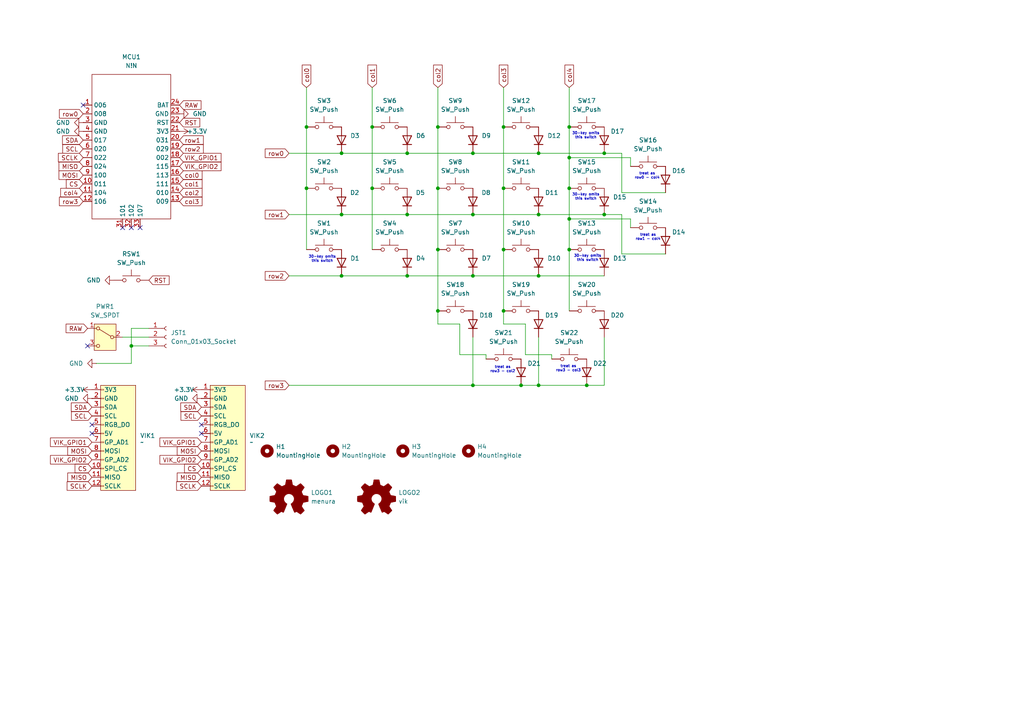
<source format=kicad_sch>
(kicad_sch (version 20231120) (generator "eeschema") (generator_version "8.0")
  (paper "A4")
  (lib_symbols
    (symbol "Connector:Conn_01x03_Socket" (pin_names (offset 1.016) hide)
      (property "Reference" "J" (at 0 5.08 0))
      (property "Value" "Conn_01x03_Socket" (at 0 -5.08 0))
      (symbol "Conn_01x03_Socket_1_1"
        (arc (start 0 -2.032) (mid -0.5058 -2.54) (end 0 -3.048) (stroke (width 0.1524)))
        (polyline (pts (xy -1.27 -2.54) (xy -0.508 -2.54)) (stroke (width 0.1524)))
        (polyline (pts (xy -1.27 0) (xy -0.508 0)) (stroke (width 0.1524)))
        (polyline (pts (xy -1.27 2.54) (xy -0.508 2.54)) (stroke (width 0.1524)))
        (arc (start 0 0.508) (mid -0.5058 0) (end 0 -0.508) (stroke (width 0.1524)))
        (arc (start 0 3.048) (mid -0.5058 2.54) (end 0 2.032) (stroke (width 0.1524)))
        (pin passive line (at -5.08 2.54 0) (length 3.81) (name "Pin_1") (number "1"))
        (pin passive line (at -5.08 0 0) (length 3.81) (name "Pin_2") (number "2"))
        (pin passive line (at -5.08 -2.54 0) (length 3.81) (name "Pin_3") (number "3"))
      )
    )
    (symbol "Diode:1N4148W" (pin_numbers hide) (pin_names hide)
      (property "Reference" "D" (at 0 2.54 0))
      (property "Value" "1N4148W" (at 0 -2.54 0))
      (symbol "1N4148W_0_1"
        (polyline (pts (xy -1.27 1.27) (xy -1.27 -1.27)) (stroke (width 0.254)))
        (polyline (pts (xy 1.27 0) (xy -1.27 0)))
        (polyline (pts (xy 1.27 1.27) (xy 1.27 -1.27) (xy -1.27 0) (xy 1.27 1.27)) (stroke (width 0.254)))
      )
      (symbol "1N4148W_1_1"
        (pin passive line (at -3.81 0 0) (length 2.54) (name "K") (number "1"))
        (pin passive line (at 3.81 0 180) (length 2.54) (name "A") (number "2"))
      )
    )
    (symbol "Graphic:Logo_Open_Hardware_Small" (in_bom no) (on_board no)
      (symbol "Logo_Open_Hardware_Small_0_1"
        (polyline (pts (xy 3.3528 -4.3434) (xy 3.302 -4.318) (xy 3.175 -4.2418) (xy 2.9972 -4.1148) (xy 2.7686 -3.9624) (xy 2.54 -3.81) (xy 2.3622 -3.7084) (xy 2.2352 -3.6068) (xy 2.1844 -3.5814) (xy 2.159 -3.6068) (xy 2.0574 -3.6576) (xy 1.905 -3.7338) (xy 1.8034 -3.7846) (xy 1.6764 -3.8354) (xy 1.6002 -3.8354) (xy 1.6002 -3.8354) (xy 1.5494 -3.7338) (xy 1.4732 -3.5306) (xy 1.3462 -3.302) (xy 1.2446 -3.0226) (xy 1.1176 -2.7178) (xy 0.9652 -2.413) (xy 0.8636 -2.1082) (xy 0.7366 -1.8288) (xy 0.6604 -1.6256) (xy 0.6096 -1.4732) (xy 0.5842 -1.397) (xy 0.5842 -1.397) (xy 0.6604 -1.3208) (xy 0.7874 -1.2446) (xy 1.0414 -1.016) (xy 1.2954 -0.6858) (xy 1.4478 -0.3302) (xy 1.524 0.0762) (xy 1.4732 0.4572) (xy 1.3208 0.8128) (xy 1.0668 1.143) (xy 0.762 1.3716) (xy 0.4064 1.524) (xy 0 1.5748) (xy -0.381 1.5494) (xy -0.7366 1.397) (xy -1.0668 1.143) (xy -1.2192 0.9906) (xy -1.397 0.6604) (xy -1.524 0.3048) (xy -1.524 0.2286) (xy -1.4986 -0.1778) (xy -1.397 -0.5334) (xy -1.1938 -0.8636) (xy -0.9144 -1.143) (xy -0.8636 -1.1684) (xy -0.7366 -1.27) (xy -0.635 -1.3462) (xy -0.5842 -1.397) (xy -1.0668 -2.5908) (xy -1.143 -2.794) (xy -1.2954 -3.1242) (xy -1.397 -3.4036) (xy -1.4986 -3.6322) (xy -1.5748 -3.7846) (xy -1.6002 -3.8354) (xy -1.6002 -3.8354) (xy -1.651 -3.8354) (xy -1.7272 -3.81) (xy -1.905 -3.7338) (xy -2.0066 -3.683) (xy -2.1336 -3.6068) (xy -2.2098 -3.5814) (xy -2.2606 -3.6068) (xy -2.3622 -3.683) (xy -2.54 -3.81) (xy -2.7686 -3.9624) (xy -2.9718 -4.0894) (xy -3.1496 -4.2164) (xy -3.302 -4.318) (xy -3.3528 -4.3434) (xy -3.3782 -4.3434) (xy -3.429 -4.318) (xy -3.5306 -4.2164) (xy -3.7084 -4.064) (xy -3.937 -3.8354) (xy -3.9624 -3.81) (xy -4.1656 -3.6068) (xy -4.318 -3.4544) (xy -4.4196 -3.3274) (xy -4.445 -3.2766) (xy -4.445 -3.2766) (xy -4.4196 -3.2258) (xy -4.318 -3.0734) (xy -4.2164 -2.8956) (xy -4.064 -2.667) (xy -3.6576 -2.0828) (xy -3.8862 -1.5494) (xy -3.937 -1.3716) (xy -4.0386 -1.1684) (xy -4.0894 -1.0414) (xy -4.1148 -0.9652) (xy -4.191 -0.9398) (xy -4.318 -0.9144) (xy -4.5466 -0.8636) (xy -4.8006 -0.8128) (xy -5.0546 -0.7874) (xy -5.2578 -0.7366) (xy -5.4356 -0.7112) (xy -5.5118 -0.6858) (xy -5.5118 -0.6858) (xy -5.5372 -0.635) (xy -5.5372 -0.5588) (xy -5.5372 -0.4318) (xy -5.5626 -0.2286) (xy -5.5626 0.0762) (xy -5.5626 0.127) (xy -5.5372 0.4064) (xy -5.5372 0.635) (xy -5.5372 0.762) (xy -5.5372 0.8382) (xy -5.5372 0.8382) (xy -5.461 0.8382) (xy -5.3086 0.889) (xy -5.08 0.9144) (xy -4.826 0.9652) (xy -4.8006 0.9906) (xy -4.5466 1.0414) (xy -4.318 1.0668) (xy -4.1656 1.1176) (xy -4.0894 1.143) (xy -4.0894 1.143) (xy -4.0386 1.2446) (xy -3.9624 1.4224) (xy -3.8608 1.6256) (xy -3.7846 1.8288) (xy -3.7084 2.0066) (xy -3.6576 2.159) (xy -3.6322 2.2098) (xy -3.6322 2.2098) (xy -3.683 2.286) (xy -3.7592 2.413) (xy -3.8862 2.5908) (xy -4.064 2.8194) (xy -4.064 2.8448) (xy -4.2164 3.0734) (xy -4.3434 3.2512) (xy -4.4196 3.3782) (xy -4.445 3.4544) (xy -4.445 3.4544) (xy -4.3942 3.5052) (xy -4.2926 3.6322) (xy -4.1148 3.81) (xy -3.937 4.0132) (xy -3.8608 4.064) (xy -3.6576 4.2926) (xy -3.5052 4.4196) (xy -3.4036 4.4958) (xy -3.3528 4.5212) (xy -3.3528 4.5212) (xy -3.302 4.4704) (xy -3.1496 4.3688) (xy -2.9718 4.2418) (xy -2.7432 4.0894) (xy -2.7178 4.0894) (xy -2.4892 3.937) (xy -2.3114 3.81) (xy -2.1844 3.7084) (xy -2.1336 3.683) (xy -2.1082 3.683) (xy -2.032 3.7084) (xy -1.8542 3.7592) (xy -1.6764 3.8354) (xy -1.4732 3.937) (xy -1.27 4.0132) (xy -1.143 4.064) (xy -1.0668 4.1148) (xy -1.0668 4.1148) (xy -1.0414 4.191) (xy -1.016 4.3434) (xy -0.9652 4.572) (xy -0.9144 4.8514) (xy -0.889 4.9022) (xy -0.8382 5.1562) (xy -0.8128 5.3848) (xy -0.7874 5.5372) (xy -0.762 5.588) (xy -0.7112 5.6134) (xy -0.5842 5.6134) (xy -0.4064 5.6134) (xy -0.1524 5.6134) (xy 0.0762 5.6134) (xy 0.3302 5.6134) (xy 0.5334 5.6134) (xy 0.6858 5.588) (xy 0.7366 5.588) (xy 0.7366 5.588) (xy 0.762 5.5118) (xy 0.8128 5.334) (xy 0.8382 5.1054) (xy 0.9144 4.826) (xy 0.9144 4.7752) (xy 0.9652 4.5212) (xy 1.016 4.2926) (xy 1.0414 4.1402) (xy 1.0668 4.0894) (xy 1.0668 4.0894) (xy 1.1938 4.0386) (xy 1.3716 3.9624) (xy 1.5748 3.8608) (xy 2.0828 3.6576) (xy 2.7178 4.0894) (xy 2.7686 4.1402) (xy 2.9972 4.2926) (xy 3.175 4.4196) (xy 3.302 4.4958) (xy 3.3782 4.5212) (xy 3.3782 4.5212) (xy 3.429 4.4704) (xy 3.556 4.3434) (xy 3.7338 4.191) (xy 3.9116 3.9878) (xy 4.064 3.8354) (xy 4.2418 3.6576) (xy 4.3434 3.556) (xy 4.4196 3.4798) (xy 4.4196 3.429) (xy 4.4196 3.4036) (xy 4.3942 3.3274) (xy 4.2926 3.2004) (xy 4.1656 2.9972) (xy 4.0132 2.794) (xy 3.8862 2.5908) (xy 3.7592 2.3876) (xy 3.6576 2.2352) (xy 3.6322 2.159) (xy 3.6322 2.1336) (xy 3.683 2.0066) (xy 3.7592 1.8288) (xy 3.8608 1.6002) (xy 4.064 1.1176) (xy 4.3942 1.0414) (xy 4.5974 1.016) (xy 4.8768 0.9652) (xy 5.1308 0.9144) (xy 5.5372 0.8382) (xy 5.5626 -0.6604) (xy 5.4864 -0.6858) (xy 5.4356 -0.6858) (xy 5.2832 -0.7366) (xy 5.0546 -0.762) (xy 4.8006 -0.8128) (xy 4.5974 -0.8636) (xy 4.3688 -0.9144) (xy 4.2164 -0.9398) (xy 4.1402 -0.9398) (xy 4.1148 -0.9652) (xy 4.064 -1.0668) (xy 3.9878 -1.2446) (xy 3.9116 -1.4478) (xy 3.81 -1.651) (xy 3.7338 -1.8542) (xy 3.683 -2.0066) (xy 3.6576 -2.0828) (xy 3.683 -2.1336) (xy 3.7846 -2.2606) (xy 3.8862 -2.4638) (xy 4.0386 -2.667) (xy 4.191 -2.8956) (xy 4.318 -3.0734) (xy 4.3942 -3.2004) (xy 4.445 -3.2766) (xy 4.4196 -3.3274) (xy 4.3434 -3.429) (xy 4.1656 -3.5814) (xy 3.937 -3.8354) (xy 3.8862 -3.8608) (xy 3.683 -4.064) (xy 3.5306 -4.2164) (xy 3.4036 -4.318) (xy 3.3528 -4.3434)) (fill (type outline)))
      )
    )
    (symbol "Mechanical:MountingHole" (pin_names (offset 1.016)) (exclude_from_sim yes) (in_bom no)
      (property "Reference" "H" (at 0 5.08 0))
      (property "Value" "MountingHole" (at 0 3.175 0))
      (symbol "MountingHole_0_1"
        (circle (center 0 0) (radius 1.27) (stroke (width 1.27)))
      )
    )
    (symbol "Switch:SW_Push" (pin_numbers hide) (pin_names (offset 1.016) hide)
      (property "Reference" "SW" (at 1.27 2.54 0))
      (property "Value" "SW_Push" (at 0 -1.524 0))
      (symbol "SW_Push_0_1"
        (circle (center -2.032 0) (radius 0.508))
        (polyline (pts (xy 0 1.27) (xy 0 3.048)))
        (polyline (pts (xy 2.54 1.27) (xy -2.54 1.27)))
        (circle (center 2.032 0) (radius 0.508))
        (pin passive line (at -5.08 0 0) (length 2.54) (name "1") (number "1"))
        (pin passive line (at 5.08 0 180) (length 2.54) (name "2") (number "2"))
      )
    )
    (symbol "Switch:SW_SPDT" (pin_names (offset 0) hide)
      (property "Reference" "SW" (at 0 5.08 0))
      (property "Value" "SW_SPDT" (at 0 -5.08 0))
      (symbol "SW_SPDT_0_1"
        (circle (center -2.032 0) (radius 0.4572))
        (polyline (pts (xy -1.651 0.254) (xy 1.651 2.286)))
        (circle (center 2.032 -2.54) (radius 0.4572))
        (circle (center 2.032 2.54) (radius 0.4572))
      )
      (symbol "SW_SPDT_1_1"
        (rectangle (start -3.175 3.81) (end 3.175 -3.81) (fill (type background)))
        (pin passive line (at 5.08 2.54 180) (length 2.54) (name "A") (number "1"))
        (pin passive line (at -5.08 0 0) (length 2.54) (name "B") (number "2"))
        (pin passive line (at 5.08 -2.54 180) (length 2.54) (name "C") (number "3"))
      )
    )
    (symbol "_quappo:vik-keyboard-connector" (pin_names (offset 1))
      (property "Reference" "VIK" (at 0 15.875 0))
      (symbol "vik-keyboard-connector_1_1"
        (rectangle (start -5.08 13.97) (end 5.08 -16.51) (fill (type background)))
        (rectangle (start -5.0546 -15.113) (end -4.191 -15.367) (stroke (width 0.1)))
        (rectangle (start -5.0546 -12.573) (end -4.191 -12.827) (stroke (width 0.1)))
        (rectangle (start -5.0546 -10.033) (end -4.191 -10.287) (stroke (width 0.1)))
        (rectangle (start -5.0546 -7.493) (end -4.191 -7.747) (stroke (width 0.1)))
        (rectangle (start -5.0546 -4.953) (end -4.191 -5.207) (stroke (width 0.1)))
        (rectangle (start -5.0546 -2.413) (end -4.191 -2.667) (stroke (width 0.1)))
        (rectangle (start -5.0546 0.127) (end -4.191 -0.127) (stroke (width 0.1)))
        (rectangle (start -5.0546 2.667) (end -4.191 2.413) (stroke (width 0.1)))
        (rectangle (start -5.0546 5.207) (end -4.191 4.953) (stroke (width 0.1)))
        (rectangle (start -5.0546 7.747) (end -4.191 7.493) (stroke (width 0.1)))
        (rectangle (start -5.0546 10.287) (end -4.191 10.033) (stroke (width 0.1)))
        (rectangle (start -5.0546 12.827) (end -4.191 12.573) (stroke (width 0.1)))
        (pin power_in line (at -7.62 12.7 0) (length 2.54) (name "3V3") (number "1"))
        (pin input line (at -7.62 -10.16 0) (length 2.54) (name "SPI_CS") (number "10"))
        (pin tri_state line (at -7.62 -12.7 0) (length 2.54) (name "MISO") (number "11"))
        (pin input line (at -7.62 -15.24 0) (length 2.54) (name "SCLK") (number "12"))
        (pin power_in line (at -7.62 10.16 0) (length 2.54) (name "GND") (number "2"))
        (pin bidirectional line (at -7.62 7.62 0) (length 2.54) (name "SDA") (number "3"))
        (pin bidirectional line (at -7.62 5.08 0) (length 2.54) (name "SCL") (number "4"))
        (pin input line (at -7.62 2.54 0) (length 2.54) (name "RGB_DO") (number "5"))
        (pin power_in line (at -7.62 0 0) (length 2.54) (name "5V") (number "6"))
        (pin bidirectional line (at -7.62 -2.54 0) (length 2.54) (name "GP_AD1") (number "7"))
        (pin input line (at -7.62 -5.08 0) (length 2.54) (name "MOSI") (number "8"))
        (pin bidirectional line (at -7.62 -7.62 0) (length 2.54) (name "GP_AD2") (number "9"))
      )
    )
    (symbol "power:+3.3V" (power) (pin_numbers hide) (pin_names (offset 0) hide)
      (property "Value" "+3.3V" (at 0 3.556 0))
      (symbol "+3.3V_0_1"
        (polyline (pts (xy -0.762 1.27) (xy 0 2.54)))
        (polyline (pts (xy 0 0) (xy 0 2.54)))
        (polyline (pts (xy 0 2.54) (xy 0.762 1.27)))
      )
      (symbol "+3.3V_1_1"
        (pin power_in line (at 0 0 90) (length 0) (name "~") (number "1"))
      )
    )
    (symbol "power:GND" (power) (pin_numbers hide) (pin_names (offset 0) hide)
      (property "Value" "GND" (at 0 -3.81 0))
      (symbol "GND_0_1"
        (polyline (pts (xy 0 0) (xy 0 -1.27) (xy 1.27 -1.27) (xy 0 -2.54) (xy -1.27 -1.27) (xy 0 -1.27)))
      )
      (symbol "GND_1_1"
        (pin power_in line (at 0 0 270) (length 0) (name "~") (number "1"))
      )
    )
    (symbol "quappo:MCU_nice-nano"
      (property "Reference" "J?" (at -1.27 0 0))
      (property "Value" "N!N" (at -1.27 -2.54 0))
      (symbol "MCU_nice-nano_0_1"
        (rectangle (start -11.43 21.59) (end 11.43 -20.32) (stroke (width 0.1524)))
      )
      (symbol "MCU_nice-nano_1_1"
        (pin bidirectional line (at -13.97 12.7 0) (length 2.54) (name "006") (number "1"))
        (pin bidirectional line (at -13.97 -10.16 0) (length 2.54) (name "011") (number "10"))
        (pin bidirectional line (at -13.97 -12.7 0) (length 2.54) (name "104") (number "11"))
        (pin bidirectional line (at -13.97 -15.24 0) (length 2.54) (name "106") (number "12"))
        (pin bidirectional line (at 13.97 -15.24 180) (length 2.54) (name "009") (number "13"))
        (pin bidirectional line (at 13.97 -12.7 180) (length 2.54) (name "010") (number "14"))
        (pin bidirectional line (at 13.97 -10.16 180) (length 2.54) (name "111") (number "15"))
        (pin bidirectional line (at 13.97 -7.62 180) (length 2.54) (name "113") (number "16"))
        (pin bidirectional line (at 13.97 -5.08 180) (length 2.54) (name "115") (number "17"))
        (pin bidirectional line (at 13.97 -2.54 180) (length 2.54) (name "002") (number "18"))
        (pin bidirectional line (at 13.97 0 180) (length 2.54) (name "029") (number "19"))
        (pin bidirectional line (at -13.97 10.16 0) (length 2.54) (name "008") (number "2"))
        (pin bidirectional line (at 13.97 2.54 180) (length 2.54) (name "031") (number "20"))
        (pin power_in line (at 13.97 5.08 180) (length 2.54) (name "3V3") (number "21"))
        (pin bidirectional line (at 13.97 7.62 180) (length 2.54) (name "RST") (number "22"))
        (pin power_in line (at 13.97 10.16 180) (length 2.54) (name "GND") (number "23"))
        (pin power_in line (at 13.97 12.7 180) (length 2.54) (name "BAT") (number "24"))
        (pin power_in line (at -13.97 7.62 0) (length 2.54) (name "GND") (number "3"))
        (pin bidirectional line (at -2.54 -22.86 90) (length 2.54) (name "101") (number "31"))
        (pin bidirectional line (at 0 -22.86 90) (length 2.54) (name "102") (number "32"))
        (pin bidirectional line (at 2.54 -22.86 90) (length 2.54) (name "107") (number "33"))
        (pin power_in line (at -13.97 5.08 0) (length 2.54) (name "GND") (number "4"))
        (pin bidirectional line (at -13.97 2.54 0) (length 2.54) (name "017") (number "5"))
        (pin bidirectional line (at -13.97 0 0) (length 2.54) (name "020") (number "6"))
        (pin bidirectional line (at -13.97 -2.54 0) (length 2.54) (name "022") (number "7"))
        (pin bidirectional line (at -13.97 -5.08 0) (length 2.54) (name "024") (number "8"))
        (pin bidirectional line (at -13.97 -7.62 0) (length 2.54) (name "100") (number "9"))
      )
    )
  )
  (junction (at 127 90.17))
  (junction (at 99.06 44.45))
  (junction (at 151.13 111.76))
  (junction (at 165.1 45.72))
  (junction (at 156.21 80.01))
  (junction (at 165.1 63.5))
  (junction (at 165.1 72.39))
  (junction (at 146.05 36.83))
  (junction (at 99.06 62.23))
  (junction (at 137.16 111.76))
  (junction (at 127 36.83))
  (junction (at 175.26 62.23))
  (junction (at 156.21 111.76))
  (junction (at 170.18 111.76))
  (junction (at 107.95 54.61))
  (junction (at 38.1 100.33))
  (junction (at 146.05 90.17))
  (junction (at 99.06 80.01))
  (junction (at 175.26 44.45))
  (junction (at 88.9 36.83))
  (junction (at 127 54.61))
  (junction (at 118.11 44.45))
  (junction (at 156.21 44.45))
  (junction (at 165.1 36.83))
  (junction (at 165.1 54.61))
  (junction (at 137.16 44.45))
  (junction (at 137.16 62.23))
  (junction (at 118.11 62.23))
  (junction (at 118.11 80.01))
  (junction (at 146.05 54.61))
  (junction (at 146.05 72.39))
  (junction (at 127 72.39))
  (junction (at 137.16 80.01))
  (junction (at 88.9 54.61))
  (junction (at 156.21 62.23))
  (junction (at 107.95 36.83))
  (no_connect (at 24.13 30.48))
  (no_connect (at 58.42 125.73))
  (no_connect (at 38.1 66.04))
  (no_connect (at 35.56 66.04))
  (no_connect (at 25.4 100.33))
  (no_connect (at 26.67 123.19))
  (no_connect (at 40.64 66.04))
  (no_connect (at 26.67 125.73))
  (no_connect (at 58.42 123.19))
  (wire (pts (xy 180.34 55.88) (xy 193.04 55.88)))
  (wire (pts (xy 38.1 100.33) (xy 38.1 105.41)))
  (wire (pts (xy 146.05 90.17) (xy 146.05 93.98)))
  (wire (pts (xy 156.21 97.79) (xy 156.21 111.76)))
  (wire (pts (xy 107.95 25.4) (xy 107.95 36.83)))
  (wire (pts (xy 165.1 45.72) (xy 182.88 45.72)))
  (wire (pts (xy 182.88 63.5) (xy 182.88 66.04)))
  (wire (pts (xy 137.16 80.01) (xy 156.21 80.01)))
  (wire (pts (xy 146.05 36.83) (xy 146.05 54.61)))
  (wire (pts (xy 165.1 63.5) (xy 165.1 72.39)))
  (wire (pts (xy 99.06 80.01) (xy 118.11 80.01)))
  (wire (pts (xy 83.82 111.76) (xy 137.16 111.76)))
  (wire (pts (xy 156.21 62.23) (xy 175.26 62.23)))
  (wire (pts (xy 146.05 72.39) (xy 146.05 90.17)))
  (wire (pts (xy 133.35 102.87) (xy 133.35 93.98)))
  (wire (pts (xy 180.34 44.45) (xy 180.34 55.88)))
  (wire (pts (xy 137.16 97.79) (xy 137.16 111.76)))
  (wire (pts (xy 175.26 62.23) (xy 180.34 62.23)))
  (wire (pts (xy 165.1 54.61) (xy 165.1 63.5)))
  (wire (pts (xy 140.97 102.87) (xy 133.35 102.87)))
  (wire (pts (xy 88.9 54.61) (xy 88.9 72.39)))
  (wire (pts (xy 88.9 36.83) (xy 88.9 54.61)))
  (wire (pts (xy 43.18 95.25) (xy 38.1 95.25)))
  (wire (pts (xy 151.13 111.76) (xy 156.21 111.76)))
  (wire (pts (xy 137.16 111.76) (xy 151.13 111.76)))
  (wire (pts (xy 88.9 25.4) (xy 88.9 36.83)))
  (wire (pts (xy 175.26 44.45) (xy 180.34 44.45)))
  (wire (pts (xy 99.06 44.45) (xy 118.11 44.45)))
  (wire (pts (xy 83.82 80.01) (xy 99.06 80.01)))
  (wire (pts (xy 165.1 72.39) (xy 165.1 90.17)))
  (wire (pts (xy 35.56 97.79) (xy 43.18 97.79)))
  (wire (pts (xy 182.88 45.72) (xy 182.88 48.26)))
  (wire (pts (xy 156.21 80.01) (xy 175.26 80.01)))
  (wire (pts (xy 83.82 44.45) (xy 99.06 44.45)))
  (wire (pts (xy 156.21 44.45) (xy 175.26 44.45)))
  (wire (pts (xy 127 25.4) (xy 127 36.83)))
  (wire (pts (xy 127 90.17) (xy 127 93.98)))
  (wire (pts (xy 27.94 105.41) (xy 38.1 105.41)))
  (wire (pts (xy 160.02 104.14) (xy 160.02 102.87)))
  (wire (pts (xy 152.4 93.98) (xy 146.05 93.98)))
  (wire (pts (xy 137.16 44.45) (xy 156.21 44.45)))
  (wire (pts (xy 127 54.61) (xy 127 72.39)))
  (wire (pts (xy 165.1 25.4) (xy 165.1 36.83)))
  (wire (pts (xy 180.34 73.66) (xy 193.04 73.66)))
  (wire (pts (xy 180.34 62.23) (xy 180.34 73.66)))
  (wire (pts (xy 156.21 111.76) (xy 170.18 111.76)))
  (wire (pts (xy 170.18 111.76) (xy 175.26 111.76)))
  (wire (pts (xy 140.97 104.14) (xy 140.97 102.87)))
  (wire (pts (xy 146.05 54.61) (xy 146.05 72.39)))
  (wire (pts (xy 83.82 62.23) (xy 99.06 62.23)))
  (wire (pts (xy 118.11 44.45) (xy 137.16 44.45)))
  (wire (pts (xy 165.1 63.5) (xy 182.88 63.5)))
  (wire (pts (xy 107.95 54.61) (xy 107.95 72.39)))
  (wire (pts (xy 133.35 93.98) (xy 127 93.98)))
  (wire (pts (xy 152.4 102.87) (xy 152.4 93.98)))
  (wire (pts (xy 118.11 80.01) (xy 137.16 80.01)))
  (wire (pts (xy 99.06 62.23) (xy 118.11 62.23)))
  (wire (pts (xy 107.95 36.83) (xy 107.95 54.61)))
  (wire (pts (xy 118.11 62.23) (xy 137.16 62.23)))
  (wire (pts (xy 38.1 95.25) (xy 38.1 100.33)))
  (wire (pts (xy 137.16 62.23) (xy 156.21 62.23)))
  (wire (pts (xy 165.1 45.72) (xy 165.1 54.61)))
  (wire (pts (xy 127 36.83) (xy 127 54.61)))
  (wire (pts (xy 175.26 111.76) (xy 175.26 97.79)))
  (wire (pts (xy 43.18 100.33) (xy 38.1 100.33)))
  (wire (pts (xy 165.1 36.83) (xy 165.1 45.72)))
  (wire (pts (xy 146.05 25.4) (xy 146.05 36.83)))
  (wire (pts (xy 127 72.39) (xy 127 90.17)))
  (wire (pts (xy 160.02 102.87) (xy 152.4 102.87)))
  (text "30-key omits\nthis switch" (at 169.926 39.37 0) (effects (font (size 0.75 0.75))))
  (text "treat as\nrow3 - col3\n" (at 164.846 106.934 0) (effects (font (size 0.75 0.75))))
  (text "30-key omits\nthis switch" (at 93.472 75.184 0) (effects (font (size 0.75 0.75))))
  (text "treat as\nrow3 - col2" (at 145.796 107.188 0) (effects (font (size 0.75 0.75))))
  (text "30-key omits\nthis switch" (at 170.434 74.93 0) (effects (font (size 0.75 0.75))))
  (text "30-key omits\nthis switch" (at 169.926 57.15 0) (effects (font (size 0.75 0.75))))
  (text "treat as\nrow1 - col4" (at 187.96 68.834 0) (effects (font (size 0.75 0.75))))
  (text "treat as\nrow0 - col4" (at 187.706 51.054 0) (effects (font (size 0.75 0.75))))
  (global_label "row1" (shape input) (at 52.07 40.64 0) (property "Intersheetrefs" "${INTERSHEET_REFS}" (effects (hide yes))))
  (global_label "col4" (shape input) (at 165.1 25.4 90) (property "Intersheetrefs" "${INTERSHEET_REFS}" (effects (hide yes))))
  (global_label "col0" (shape input) (at 88.9 25.4 90) (property "Intersheetrefs" "${INTERSHEET_REFS}" (effects (hide yes))))
  (global_label "CS" (shape input) (at 24.13 53.34 180) (property "Intersheetrefs" "${INTERSHEET_REFS}" (effects (hide yes))))
  (global_label "SCL" (shape input) (at 26.67 120.65 180) (property "Intersheetrefs" "${INTERSHEET_REFS}" (effects (hide yes))))
  (global_label "row3" (shape input) (at 24.13 58.42 180) (property "Intersheetrefs" "${INTERSHEET_REFS}" (effects (hide yes))))
  (global_label "RAW" (shape input) (at 25.4 95.25 180) (property "Intersheetrefs" "${INTERSHEET_REFS}" (effects (hide yes))))
  (global_label "row0" (shape input) (at 24.13 33.02 180) (property "Intersheetrefs" "${INTERSHEET_REFS}" (effects (hide yes))))
  (global_label "SCL" (shape input) (at 24.13 43.18 180) (property "Intersheetrefs" "${INTERSHEET_REFS}" (effects (hide yes))))
  (global_label "VIK_GPIO1" (shape input) (at 26.67 128.27 180) (property "Intersheetrefs" "${INTERSHEET_REFS}" (effects (hide yes))))
  (global_label "row3" (shape input) (at 83.82 111.76 180) (property "Intersheetrefs" "${INTERSHEET_REFS}" (effects (hide yes))))
  (global_label "RST" (shape input) (at 43.18 81.28 0) (property "Intersheetrefs" "${INTERSHEET_REFS}" (effects (hide yes))))
  (global_label "MISO" (shape input) (at 26.67 138.43 180) (property "Intersheetrefs" "${INTERSHEET_REFS}" (effects (hide yes))))
  (global_label "RST" (shape input) (at 52.07 35.56 0) (property "Intersheetrefs" "${INTERSHEET_REFS}" (effects (hide yes))))
  (global_label "MOSI" (shape input) (at 24.13 50.8 180) (property "Intersheetrefs" "${INTERSHEET_REFS}" (effects (hide yes))))
  (global_label "col3" (shape input) (at 52.07 58.42 0) (property "Intersheetrefs" "${INTERSHEET_REFS}" (effects (hide yes))))
  (global_label "SDA" (shape input) (at 26.67 118.11 180) (property "Intersheetrefs" "${INTERSHEET_REFS}" (effects (hide yes))))
  (global_label "SCL" (shape input) (at 58.42 120.65 180) (property "Intersheetrefs" "${INTERSHEET_REFS}" (effects (hide yes))))
  (global_label "MOSI" (shape input) (at 26.67 130.81 180) (property "Intersheetrefs" "${INTERSHEET_REFS}" (effects (hide yes))))
  (global_label "row0" (shape input) (at 83.82 44.45 180) (property "Intersheetrefs" "${INTERSHEET_REFS}" (effects (hide yes))))
  (global_label "col2" (shape input) (at 52.07 55.88 0) (property "Intersheetrefs" "${INTERSHEET_REFS}" (effects (hide yes))))
  (global_label "MISO" (shape input) (at 24.13 48.26 180) (property "Intersheetrefs" "${INTERSHEET_REFS}" (effects (hide yes))))
  (global_label "SCLK" (shape input) (at 26.67 140.97 180) (property "Intersheetrefs" "${INTERSHEET_REFS}" (effects (hide yes))))
  (global_label "SDA" (shape input) (at 58.42 118.11 180) (property "Intersheetrefs" "${INTERSHEET_REFS}" (effects (hide yes))))
  (global_label "col1" (shape input) (at 52.07 53.34 0) (property "Intersheetrefs" "${INTERSHEET_REFS}" (effects (hide yes))))
  (global_label "VIK_GPIO1" (shape input) (at 52.07 45.72 0) (property "Intersheetrefs" "${INTERSHEET_REFS}" (effects (hide yes))))
  (global_label "RAW" (shape input) (at 52.07 30.48 0) (property "Intersheetrefs" "${INTERSHEET_REFS}" (effects (hide yes))))
  (global_label "SCLK" (shape input) (at 58.42 140.97 180) (property "Intersheetrefs" "${INTERSHEET_REFS}" (effects (hide yes))))
  (global_label "MOSI" (shape input) (at 58.42 130.81 180) (property "Intersheetrefs" "${INTERSHEET_REFS}" (effects (hide yes))))
  (global_label "row1" (shape input) (at 83.82 62.23 180) (property "Intersheetrefs" "${INTERSHEET_REFS}" (effects (hide yes))))
  (global_label "col2" (shape input) (at 127 25.4 90) (property "Intersheetrefs" "${INTERSHEET_REFS}" (effects (hide yes))))
  (global_label "col1" (shape input) (at 107.95 25.4 90) (property "Intersheetrefs" "${INTERSHEET_REFS}" (effects (hide yes))))
  (global_label "SCLK" (shape input) (at 24.13 45.72 180) (property "Intersheetrefs" "${INTERSHEET_REFS}" (effects (hide yes))))
  (global_label "MISO" (shape input) (at 58.42 138.43 180) (property "Intersheetrefs" "${INTERSHEET_REFS}" (effects (hide yes))))
  (global_label "row2" (shape input) (at 83.82 80.01 180) (property "Intersheetrefs" "${INTERSHEET_REFS}" (effects (hide yes))))
  (global_label "VIK_GPIO2" (shape input) (at 58.42 133.35 180) (property "Intersheetrefs" "${INTERSHEET_REFS}" (effects (hide yes))))
  (global_label "row2" (shape input) (at 52.07 43.18 0) (property "Intersheetrefs" "${INTERSHEET_REFS}" (effects (hide yes))))
  (global_label "CS" (shape input) (at 26.67 135.89 180) (property "Intersheetrefs" "${INTERSHEET_REFS}" (effects (hide yes))))
  (global_label "col3" (shape input) (at 146.05 25.4 90) (property "Intersheetrefs" "${INTERSHEET_REFS}" (effects (hide yes))))
  (global_label "SDA" (shape input) (at 24.13 40.64 180) (property "Intersheetrefs" "${INTERSHEET_REFS}" (effects (hide yes))))
  (global_label "col4" (shape input) (at 24.13 55.88 180) (property "Intersheetrefs" "${INTERSHEET_REFS}" (effects (hide yes))))
  (global_label "VIK_GPIO2" (shape input) (at 26.67 133.35 180) (property "Intersheetrefs" "${INTERSHEET_REFS}" (effects (hide yes))))
  (global_label "CS" (shape input) (at 58.42 135.89 180) (property "Intersheetrefs" "${INTERSHEET_REFS}" (effects (hide yes))))
  (global_label "VIK_GPIO1" (shape input) (at 58.42 128.27 180) (property "Intersheetrefs" "${INTERSHEET_REFS}" (effects (hide yes))))
  (global_label "VIK_GPIO2" (shape input) (at 52.07 48.26 0) (property "Intersheetrefs" "${INTERSHEET_REFS}" (effects (hide yes))))
  (global_label "col0" (shape input) (at 52.07 50.8 0) (property "Intersheetrefs" "${INTERSHEET_REFS}" (effects (hide yes))))
  (symbol (lib_id "_quappo:vik-keyboard-connector") (at 34.29 125.73 0) (unit 1)
    (property "Reference" "VIK1" (at 40.64 126.3649 0) (effects (justify left)))
    (property "Value" "~" (at 40.64 128.27 0) (effects (justify left)))
    (property "Footprint" "quappo:Connector_vik-keyboard-horizontal" (effects (hide yes)))
  )
  (symbol (lib_id "power:+3.3V") (at 26.67 113.03 90) (mirror x) (unit 1)
    (property "Reference" "#PWR07" (effects (hide yes)))
    (property "Value" "+3.3V" (at 21.59 113.03 90))
    (property "Description" "Power symbol creates a global label with name \"+3.3V\"" (effects (hide yes)))
  )
  (symbol (lib_id "Diode:1N4148W") (at 118.11 40.64 90) (unit 1)
    (property "Reference" "D6" (at 120.65 39.3699 90) (effects (justify right)))
    (property "Value" "1N4148W" (effects (hide yes)))
    (property "Footprint" "quappo:Diode_SMD-reversible-urchin" (effects (hide yes)))
    (property "Datasheet" "https://www.vishay.com/docs/85748/1n4148w.pdf" (effects (hide yes)))
    (property "Description" "75V 0.15A Fast Switching Diode, SOD-123" (effects (hide yes)))
    (property "Sim.Device" "D" (effects (hide yes)))
    (property "Sim.Pins" "1=K 2=A" (effects (hide yes)))
  )
  (symbol (lib_id "Diode:1N4148W") (at 151.13 107.95 90) (unit 1)
    (property "Reference" "D21" (at 154.94 105.41 90))
    (property "Value" "1N4148W" (effects (hide yes)))
    (property "Footprint" "quappo:Diode_SMD-reversible-urchin" (effects (hide yes)))
    (property "Datasheet" "https://www.vishay.com/docs/85748/1n4148w.pdf" (effects (hide yes)))
    (property "Description" "75V 0.15A Fast Switching Diode, SOD-123" (effects (hide yes)))
    (property "Sim.Device" "D" (effects (hide yes)))
    (property "Sim.Pins" "1=K 2=A" (effects (hide yes)))
  )
  (symbol (lib_id "Diode:1N4148W") (at 137.16 40.64 90) (unit 1)
    (property "Reference" "D9" (at 139.7 39.3699 90) (effects (justify right)))
    (property "Value" "1N4148W" (effects (hide yes)))
    (property "Footprint" "quappo:Diode_SMD-reversible-urchin" (effects (hide yes)))
    (property "Datasheet" "https://www.vishay.com/docs/85748/1n4148w.pdf" (effects (hide yes)))
    (property "Description" "75V 0.15A Fast Switching Diode, SOD-123" (effects (hide yes)))
    (property "Sim.Device" "D" (effects (hide yes)))
    (property "Sim.Pins" "1=K 2=A" (effects (hide yes)))
  )
  (symbol (lib_id "Diode:1N4148W") (at 99.06 58.42 90) (unit 1)
    (property "Reference" "D2" (at 102.87 55.88 90))
    (property "Value" "1N4148W" (effects (hide yes)))
    (property "Footprint" "quappo:Diode_SMD-reversible-urchin" (effects (hide yes)))
    (property "Datasheet" "https://www.vishay.com/docs/85748/1n4148w.pdf" (effects (hide yes)))
    (property "Description" "75V 0.15A Fast Switching Diode, SOD-123" (effects (hide yes)))
    (property "Sim.Device" "D" (effects (hide yes)))
    (property "Sim.Pins" "1=K 2=A" (effects (hide yes)))
  )
  (symbol (lib_id "Switch:SW_Push") (at 132.08 36.83 0) (unit 1)
    (property "Reference" "SW9" (at 132.08 29.21 0))
    (property "Value" "SW_Push" (at 132.08 31.75 0))
    (property "Footprint" "quappo:Switch_MX-hotswap-reversible" (effects (hide yes)))
    (property "Description" "Push button switch, generic, two pins" (effects (hide yes)))
  )
  (symbol (lib_id "Diode:1N4148W") (at 175.26 93.98 90) (unit 1)
    (property "Reference" "D20" (at 179.07 91.44 90))
    (property "Value" "1N4148W" (effects (hide yes)))
    (property "Footprint" "quappo:Diode_SMD-reversible-urchin" (effects (hide yes)))
    (property "Datasheet" "https://www.vishay.com/docs/85748/1n4148w.pdf" (effects (hide yes)))
    (property "Description" "75V 0.15A Fast Switching Diode, SOD-123" (effects (hide yes)))
    (property "Sim.Device" "D" (effects (hide yes)))
    (property "Sim.Pins" "1=K 2=A" (effects (hide yes)))
  )
  (symbol (lib_id "Switch:SW_Push") (at 170.18 90.17 0) (unit 1)
    (property "Reference" "SW20" (at 170.18 82.55 0))
    (property "Value" "SW_Push" (at 170.18 85.09 0))
    (property "Footprint" "quappo:Switch_MX-hotswap-reversible" (effects (hide yes)))
    (property "Description" "Push button switch, generic, two pins" (effects (hide yes)))
  )
  (symbol (lib_id "power:GND") (at 52.07 33.02 90) (unit 1)
    (property "Reference" "#PWR05" (effects (hide yes)))
    (property "Value" "GND" (at 55.88 33.0199 90) (effects (justify right)))
    (property "Description" "Power symbol creates a global label with name \"GND\" , ground" (effects (hide yes)))
  )
  (symbol (lib_id "Switch:SW_Push") (at 151.13 36.83 0) (unit 1)
    (property "Reference" "SW12" (at 151.13 29.21 0))
    (property "Value" "SW_Push" (at 151.13 31.75 0))
    (property "Footprint" "quappo:Switch_MX-hotswap-reversible" (effects (hide yes)))
    (property "Description" "Push button switch, generic, two pins" (effects (hide yes)))
  )
  (symbol (lib_id "Switch:SW_Push") (at 151.13 54.61 0) (unit 1)
    (property "Reference" "SW11" (at 151.13 46.99 0))
    (property "Value" "SW_Push" (at 151.13 49.53 0))
    (property "Footprint" "quappo:Switch_MX-hotswap-reversible" (effects (hide yes)))
    (property "Description" "Push button switch, generic, two pins" (effects (hide yes)))
  )
  (symbol (lib_id "quappo:MCU_nice-nano") (at 38.1 43.18 0) (unit 1)
    (property "Reference" "MCU1" (at 38.1 16.51 0))
    (property "Value" "N!N" (at 38.1 19.05 0))
    (property "Footprint" "quappo:MCU_nice-nano" (effects (hide yes)))
  )
  (symbol (lib_id "power:GND") (at 33.02 81.28 270) (mirror x) (unit 1)
    (property "Reference" "#PWR03" (effects (hide yes)))
    (property "Value" "GND" (at 29.21 81.2799 90) (effects (justify right)))
    (property "Description" "Power symbol creates a global label with name \"GND\" , ground" (effects (hide yes)))
  )
  (symbol (lib_id "Diode:1N4148W") (at 156.21 93.98 90) (unit 1)
    (property "Reference" "D19" (at 160.02 91.44 90))
    (property "Value" "1N4148W" (effects (hide yes)))
    (property "Footprint" "quappo:Diode_SMD-reversible-urchin" (effects (hide yes)))
    (property "Datasheet" "https://www.vishay.com/docs/85748/1n4148w.pdf" (effects (hide yes)))
    (property "Description" "75V 0.15A Fast Switching Diode, SOD-123" (effects (hide yes)))
    (property "Sim.Device" "D" (effects (hide yes)))
    (property "Sim.Pins" "1=K 2=A" (effects (hide yes)))
  )
  (symbol (lib_id "Mechanical:MountingHole") (at 135.89 130.81 0) (unit 1) (exclude_from_sim yes) (in_bom no)
    (property "Reference" "H4" (at 138.43 129.5399 0) (effects (justify left)))
    (property "Value" "MountingHole" (at 138.43 132.0799 0) (effects (justify left)))
    (property "Footprint" "MountingHole:MountingHole_3.2mm_M3" (effects (hide yes)))
    (property "Description" "Mounting Hole without connection" (effects (hide yes)))
  )
  (symbol (lib_id "Mechanical:MountingHole") (at 77.47 130.81 0) (unit 1) (exclude_from_sim yes) (in_bom no)
    (property "Reference" "H1" (at 80.01 129.5399 0) (effects (justify left)))
    (property "Value" "MountingHole" (at 80.01 132.0799 0) (effects (justify left)))
    (property "Footprint" "MountingHole:MountingHole_3.2mm_M3" (effects (hide yes)))
    (property "Description" "Mounting Hole without connection" (effects (hide yes)))
  )
  (symbol (lib_id "Switch:SW_Push") (at 170.18 54.61 0) (unit 1)
    (property "Reference" "SW15" (at 170.18 46.99 0))
    (property "Value" "SW_Push" (at 170.18 49.53 0))
    (property "Footprint" "quappo:Switch_MX-hotswap-reversible" (effects (hide yes)))
    (property "Description" "Push button switch, generic, two pins" (effects (hide yes)))
  )
  (symbol (lib_id "Switch:SW_Push") (at 38.1 81.28 0) (unit 1)
    (property "Reference" "RSW1" (at 38.1 73.66 0))
    (property "Value" "SW_Push" (at 38.1 76.2 0))
    (property "Footprint" "quappo:Switch_reset-2pin" (effects (hide yes)))
    (property "Description" "Push button switch, generic, two pins" (effects (hide yes)))
  )
  (symbol (lib_id "Diode:1N4148W") (at 137.16 58.42 90) (unit 1)
    (property "Reference" "D8" (at 140.97 55.88 90))
    (property "Value" "1N4148W" (effects (hide yes)))
    (property "Footprint" "quappo:Diode_SMD-reversible-urchin" (effects (hide yes)))
    (property "Datasheet" "https://www.vishay.com/docs/85748/1n4148w.pdf" (effects (hide yes)))
    (property "Description" "75V 0.15A Fast Switching Diode, SOD-123" (effects (hide yes)))
    (property "Sim.Device" "D" (effects (hide yes)))
    (property "Sim.Pins" "1=K 2=A" (effects (hide yes)))
  )
  (symbol (lib_id "_quappo:vik-keyboard-connector") (at 66.04 125.73 0) (unit 1)
    (property "Reference" "VIK2" (at 72.39 126.3649 0) (effects (justify left)))
    (property "Value" "~" (at 72.39 128.27 0) (effects (justify left)))
    (property "Footprint" "quappo:Connector_vik-keyboard-throughhole" (effects (hide yes)))
  )
  (symbol (lib_id "Diode:1N4148W") (at 99.06 76.2 90) (unit 1)
    (property "Reference" "D1" (at 101.6 74.9299 90) (effects (justify right)))
    (property "Value" "1N4148W" (effects (hide yes)))
    (property "Footprint" "quappo:Diode_SMD-reversible-urchin" (effects (hide yes)))
    (property "Datasheet" "https://www.vishay.com/docs/85748/1n4148w.pdf" (effects (hide yes)))
    (property "Description" "75V 0.15A Fast Switching Diode, SOD-123" (effects (hide yes)))
    (property "Sim.Device" "D" (effects (hide yes)))
    (property "Sim.Pins" "1=K 2=A" (effects (hide yes)))
  )
  (symbol (lib_id "Mechanical:MountingHole") (at 96.52 130.81 0) (unit 1) (exclude_from_sim yes) (in_bom no)
    (property "Reference" "H2" (at 99.06 129.5399 0) (effects (justify left)))
    (property "Value" "MountingHole" (at 99.06 132.0799 0) (effects (justify left)))
    (property "Footprint" "MountingHole:MountingHole_3.2mm_M3" (effects (hide yes)))
    (property "Description" "Mounting Hole without connection" (effects (hide yes)))
  )
  (symbol (lib_id "Diode:1N4148W") (at 193.04 52.07 90) (unit 1)
    (property "Reference" "D16" (at 196.85 49.53 90))
    (property "Value" "1N4148W" (effects (hide yes)))
    (property "Footprint" "quappo:Diode_SMD-reversible-urchin" (effects (hide yes)))
    (property "Datasheet" "https://www.vishay.com/docs/85748/1n4148w.pdf" (effects (hide yes)))
    (property "Description" "75V 0.15A Fast Switching Diode, SOD-123" (effects (hide yes)))
    (property "Sim.Device" "D" (effects (hide yes)))
    (property "Sim.Pins" "1=K 2=A" (effects (hide yes)))
  )
  (symbol (lib_id "Connector:Conn_01x03_Socket") (at 48.26 97.79 0) (unit 1)
    (property "Reference" "JST1" (at 49.53 96.5199 0) (effects (justify left)))
    (property "Value" "Conn_01x03_Socket" (at 49.53 99.0599 0) (effects (justify left)))
    (property "Footprint" "quappo:Connector_JST-PH-3prong" (effects (hide yes)))
    (property "Description" "Generic connector, single row, 01x03, script generated" (effects (hide yes)))
  )
  (symbol (lib_id "Mechanical:MountingHole") (at 116.84 130.81 0) (unit 1) (exclude_from_sim yes) (in_bom no)
    (property "Reference" "H3" (at 119.38 129.5399 0) (effects (justify left)))
    (property "Value" "MountingHole" (at 119.38 132.0799 0) (effects (justify left)))
    (property "Footprint" "MountingHole:MountingHole_3.2mm_M3" (effects (hide yes)))
    (property "Description" "Mounting Hole without connection" (effects (hide yes)))
  )
  (symbol (lib_id "Diode:1N4148W") (at 175.26 58.42 90) (unit 1)
    (property "Reference" "D15" (at 177.8 57.1499 90) (effects (justify right)))
    (property "Value" "1N4148W" (effects (hide yes)))
    (property "Footprint" "quappo:Diode_SMD-reversible-urchin" (effects (hide yes)))
    (property "Datasheet" "https://www.vishay.com/docs/85748/1n4148w.pdf" (effects (hide yes)))
    (property "Description" "75V 0.15A Fast Switching Diode, SOD-123" (effects (hide yes)))
    (property "Sim.Device" "D" (effects (hide yes)))
    (property "Sim.Pins" "1=K 2=A" (effects (hide yes)))
  )
  (symbol (lib_id "Diode:1N4148W") (at 99.06 40.64 90) (unit 1)
    (property "Reference" "D3" (at 101.6 39.3699 90) (effects (justify right)))
    (property "Value" "1N4148W" (effects (hide yes)))
    (property "Footprint" "quappo:Diode_SMD-reversible-urchin" (effects (hide yes)))
    (property "Datasheet" "https://www.vishay.com/docs/85748/1n4148w.pdf" (effects (hide yes)))
    (property "Description" "75V 0.15A Fast Switching Diode, SOD-123" (effects (hide yes)))
    (property "Sim.Device" "D" (effects (hide yes)))
    (property "Sim.Pins" "1=K 2=A" (effects (hide yes)))
  )
  (symbol (lib_id "Diode:1N4148W") (at 175.26 40.64 90) (unit 1)
    (property "Reference" "D17" (at 179.07 38.1 90))
    (property "Value" "1N4148W" (effects (hide yes)))
    (property "Footprint" "quappo:Diode_SMD-reversible-urchin" (effects (hide yes)))
    (property "Datasheet" "https://www.vishay.com/docs/85748/1n4148w.pdf" (effects (hide yes)))
    (property "Description" "75V 0.15A Fast Switching Diode, SOD-123" (effects (hide yes)))
    (property "Sim.Device" "D" (effects (hide yes)))
    (property "Sim.Pins" "1=K 2=A" (effects (hide yes)))
  )
  (symbol (lib_id "Switch:SW_Push") (at 187.96 66.04 0) (unit 1)
    (property "Reference" "SW14" (at 187.96 58.42 0))
    (property "Value" "SW_Push" (at 187.96 60.96 0))
    (property "Footprint" "quappo:Switch_MX-hotswap-reversible" (effects (hide yes)))
    (property "Description" "Push button switch, generic, two pins" (effects (hide yes)))
  )
  (symbol (lib_id "Switch:SW_Push") (at 170.18 72.39 0) (unit 1)
    (property "Reference" "SW13" (at 170.18 64.77 0))
    (property "Value" "SW_Push" (at 170.18 67.31 0))
    (property "Footprint" "quappo:Switch_MX-hotswap-reversible" (effects (hide yes)))
    (property "Description" "Push button switch, generic, two pins" (effects (hide yes)))
  )
  (symbol (lib_id "Switch:SW_Push") (at 113.03 36.83 0) (unit 1)
    (property "Reference" "SW6" (at 113.03 29.21 0))
    (property "Value" "SW_Push" (at 113.03 31.75 0))
    (property "Footprint" "quappo:Switch_MX-hotswap-reversible" (effects (hide yes)))
    (property "Description" "Push button switch, generic, two pins" (effects (hide yes)))
  )
  (symbol (lib_id "Graphic:Logo_Open_Hardware_Small") (at 83.82 144.78 0) (unit 1) (exclude_from_sim yes) (in_bom no)
    (property "Reference" "LOGO1" (at 90.17 142.8749 0) (effects (justify left)))
    (property "Value" "menura" (at 90.17 145.4149 0) (effects (justify left)))
    (property "Footprint" "quappo:Logo_menura" (effects (hide yes)))
    (property "Description" "Open Hardware logo, small" (effects (hide yes)))
    (property "Sim.Enable" "0" (effects (hide yes)))
  )
  (symbol (lib_id "Switch:SW_Push") (at 146.05 104.14 0) (unit 1)
    (property "Reference" "SW21" (at 146.05 96.52 0))
    (property "Value" "SW_Push" (at 146.05 99.06 0))
    (property "Footprint" "quappo:Switch_MX-hotswap-reversible" (effects (hide yes)))
    (property "Description" "Push button switch, generic, two pins" (effects (hide yes)))
  )
  (symbol (lib_id "Switch:SW_Push") (at 151.13 72.39 0) (unit 1)
    (property "Reference" "SW10" (at 151.13 64.77 0))
    (property "Value" "SW_Push" (at 151.13 67.31 0))
    (property "Footprint" "quappo:Switch_MX-hotswap-reversible" (effects (hide yes)))
    (property "Description" "Push button switch, generic, two pins" (effects (hide yes)))
  )
  (symbol (lib_id "power:+3.3V") (at 58.42 113.03 90) (mirror x) (unit 1)
    (property "Reference" "#PWR09" (effects (hide yes)))
    (property "Value" "+3.3V" (at 53.34 113.03 90))
    (property "Description" "Power symbol creates a global label with name \"+3.3V\"" (effects (hide yes)))
  )
  (symbol (lib_id "Switch:SW_SPDT") (at 30.48 97.79 0) (mirror y) (unit 1)
    (property "Reference" "PWR1" (at 30.48 88.9 0))
    (property "Value" "SW_SPDT" (at 30.48 91.44 0))
    (property "Footprint" "quappo:Switch_power-reversible-kim" (effects (hide yes)))
    (property "Description" "Switch, single pole double throw" (effects (hide yes)))
  )
  (symbol (lib_id "Switch:SW_Push") (at 132.08 90.17 0) (unit 1)
    (property "Reference" "SW18" (at 132.08 82.55 0))
    (property "Value" "SW_Push" (at 132.08 85.09 0))
    (property "Footprint" "quappo:Switch_MX-hotswap-reversible" (effects (hide yes)))
    (property "Description" "Push button switch, generic, two pins" (effects (hide yes)))
  )
  (symbol (lib_id "Diode:1N4148W") (at 137.16 93.98 90) (unit 1)
    (property "Reference" "D18" (at 140.97 91.44 90))
    (property "Value" "1N4148W" (effects (hide yes)))
    (property "Footprint" "quappo:Diode_SMD-reversible-urchin" (effects (hide yes)))
    (property "Datasheet" "https://www.vishay.com/docs/85748/1n4148w.pdf" (effects (hide yes)))
    (property "Description" "75V 0.15A Fast Switching Diode, SOD-123" (effects (hide yes)))
    (property "Sim.Device" "D" (effects (hide yes)))
    (property "Sim.Pins" "1=K 2=A" (effects (hide yes)))
  )
  (symbol (lib_id "power:GND") (at 24.13 38.1 270) (mirror x) (unit 1)
    (property "Reference" "#PWR02" (effects (hide yes)))
    (property "Value" "GND" (at 20.32 38.0999 90) (effects (justify right)))
    (property "Description" "Power symbol creates a global label with name \"GND\" , ground" (effects (hide yes)))
  )
  (symbol (lib_id "Diode:1N4148W") (at 118.11 76.2 90) (unit 1)
    (property "Reference" "D4" (at 120.65 74.9299 90) (effects (justify right)))
    (property "Value" "1N4148W" (effects (hide yes)))
    (property "Footprint" "quappo:Diode_SMD-reversible-urchin" (effects (hide yes)))
    (property "Datasheet" "https://www.vishay.com/docs/85748/1n4148w.pdf" (effects (hide yes)))
    (property "Description" "75V 0.15A Fast Switching Diode, SOD-123" (effects (hide yes)))
    (property "Sim.Device" "D" (effects (hide yes)))
    (property "Sim.Pins" "1=K 2=A" (effects (hide yes)))
  )
  (symbol (lib_id "Diode:1N4148W") (at 156.21 76.2 90) (unit 1)
    (property "Reference" "D10" (at 158.75 74.9299 90) (effects (justify right)))
    (property "Value" "1N4148W" (effects (hide yes)))
    (property "Footprint" "quappo:Diode_SMD-reversible-urchin" (effects (hide yes)))
    (property "Datasheet" "https://www.vishay.com/docs/85748/1n4148w.pdf" (effects (hide yes)))
    (property "Description" "75V 0.15A Fast Switching Diode, SOD-123" (effects (hide yes)))
    (property "Sim.Device" "D" (effects (hide yes)))
    (property "Sim.Pins" "1=K 2=A" (effects (hide yes)))
  )
  (symbol (lib_id "Diode:1N4148W") (at 156.21 40.64 90) (unit 1)
    (property "Reference" "D12" (at 158.75 39.3699 90) (effects (justify right)))
    (property "Value" "1N4148W" (effects (hide yes)))
    (property "Footprint" "quappo:Diode_SMD-reversible-urchin" (effects (hide yes)))
    (property "Datasheet" "https://www.vishay.com/docs/85748/1n4148w.pdf" (effects (hide yes)))
    (property "Description" "75V 0.15A Fast Switching Diode, SOD-123" (effects (hide yes)))
    (property "Sim.Device" "D" (effects (hide yes)))
    (property "Sim.Pins" "1=K 2=A" (effects (hide yes)))
  )
  (symbol (lib_id "Diode:1N4148W") (at 175.26 76.2 90) (unit 1)
    (property "Reference" "D13" (at 177.8 74.9299 90) (effects (justify right)))
    (property "Value" "1N4148W" (effects (hide yes)))
    (property "Footprint" "quappo:Diode_SMD-reversible-urchin" (effects (hide yes)))
    (property "Datasheet" "https://www.vishay.com/docs/85748/1n4148w.pdf" (effects (hide yes)))
    (property "Description" "75V 0.15A Fast Switching Diode, SOD-123" (effects (hide yes)))
    (property "Sim.Device" "D" (effects (hide yes)))
    (property "Sim.Pins" "1=K 2=A" (effects (hide yes)))
  )
  (symbol (lib_id "Diode:1N4148W") (at 193.04 69.85 90) (unit 1)
    (property "Reference" "D14" (at 196.85 67.31 90))
    (property "Value" "1N4148W" (effects (hide yes)))
    (property "Footprint" "quappo:Diode_SMD-reversible-urchin" (effects (hide yes)))
    (property "Datasheet" "https://www.vishay.com/docs/85748/1n4148w.pdf" (effects (hide yes)))
    (property "Description" "75V 0.15A Fast Switching Diode, SOD-123" (effects (hide yes)))
    (property "Sim.Device" "D" (effects (hide yes)))
    (property "Sim.Pins" "1=K 2=A" (effects (hide yes)))
  )
  (symbol (lib_id "Switch:SW_Push") (at 187.96 48.26 0) (unit 1)
    (property "Reference" "SW16" (at 187.96 40.64 0))
    (property "Value" "SW_Push" (at 187.96 43.18 0))
    (property "Footprint" "quappo:Switch_MX-hotswap-reversible" (effects (hide yes)))
    (property "Description" "Push button switch, generic, two pins" (effects (hide yes)))
  )
  (symbol (lib_id "Diode:1N4148W") (at 118.11 58.42 90) (unit 1)
    (property "Reference" "D5" (at 121.92 55.88 90))
    (property "Value" "1N4148W" (effects (hide yes)))
    (property "Footprint" "quappo:Diode_SMD-reversible-urchin" (effects (hide yes)))
    (property "Datasheet" "https://www.vishay.com/docs/85748/1n4148w.pdf" (effects (hide yes)))
    (property "Description" "75V 0.15A Fast Switching Diode, SOD-123" (effects (hide yes)))
    (property "Sim.Device" "D" (effects (hide yes)))
    (property "Sim.Pins" "1=K 2=A" (effects (hide yes)))
  )
  (symbol (lib_id "power:GND") (at 26.67 115.57 270) (mirror x) (unit 1)
    (property "Reference" "#PWR08" (effects (hide yes)))
    (property "Value" "GND" (at 22.86 115.5699 90) (effects (justify right)))
    (property "Description" "Power symbol creates a global label with name \"GND\" , ground" (effects (hide yes)))
  )
  (symbol (lib_id "Switch:SW_Push") (at 151.13 90.17 0) (unit 1)
    (property "Reference" "SW19" (at 151.13 82.55 0))
    (property "Value" "SW_Push" (at 151.13 85.09 0))
    (property "Footprint" "quappo:Switch_MX-hotswap-reversible" (effects (hide yes)))
    (property "Description" "Push button switch, generic, two pins" (effects (hide yes)))
  )
  (symbol (lib_id "Graphic:Logo_Open_Hardware_Small") (at 109.22 144.78 0) (unit 1) (exclude_from_sim yes) (in_bom no)
    (property "Reference" "LOGO2" (at 115.57 142.8749 0) (effects (justify left)))
    (property "Value" "vik" (at 115.57 145.4149 0) (effects (justify left)))
    (property "Footprint" "quappo:Logo_vik-small" (effects (hide yes)))
    (property "Description" "Open Hardware logo, small" (effects (hide yes)))
    (property "Sim.Enable" "0" (effects (hide yes)))
  )
  (symbol (lib_id "Switch:SW_Push") (at 113.03 54.61 0) (unit 1)
    (property "Reference" "SW5" (at 113.03 46.99 0))
    (property "Value" "SW_Push" (at 113.03 49.53 0))
    (property "Footprint" "quappo:Switch_MX-hotswap-reversible" (effects (hide yes)))
    (property "Description" "Push button switch, generic, two pins" (effects (hide yes)))
  )
  (symbol (lib_id "Diode:1N4148W") (at 170.18 107.95 90) (unit 1)
    (property "Reference" "D22" (at 173.99 105.41 90))
    (property "Value" "1N4148W" (effects (hide yes)))
    (property "Footprint" "quappo:Diode_SMD-reversible-urchin" (effects (hide yes)))
    (property "Datasheet" "https://www.vishay.com/docs/85748/1n4148w.pdf" (effects (hide yes)))
    (property "Description" "75V 0.15A Fast Switching Diode, SOD-123" (effects (hide yes)))
    (property "Sim.Device" "D" (effects (hide yes)))
    (property "Sim.Pins" "1=K 2=A" (effects (hide yes)))
  )
  (symbol (lib_id "Switch:SW_Push") (at 93.98 36.83 0) (unit 1)
    (property "Reference" "SW3" (at 93.98 29.21 0))
    (property "Value" "SW_Push" (at 93.98 31.75 0))
    (property "Footprint" "quappo:Switch_MX-hotswap-reversible" (effects (hide yes)))
    (property "Description" "Push button switch, generic, two pins" (effects (hide yes)))
  )
  (symbol (lib_id "power:GND") (at 58.42 115.57 270) (mirror x) (unit 1)
    (property "Reference" "#PWR010" (effects (hide yes)))
    (property "Value" "GND" (at 54.61 115.5699 90) (effects (justify right)))
    (property "Description" "Power symbol creates a global label with name \"GND\" , ground" (effects (hide yes)))
  )
  (symbol (lib_id "Switch:SW_Push") (at 113.03 72.39 0) (unit 1)
    (property "Reference" "SW4" (at 113.03 64.77 0))
    (property "Value" "SW_Push" (at 113.03 67.31 0))
    (property "Footprint" "quappo:Switch_MX-hotswap-reversible" (effects (hide yes)))
    (property "Description" "Push button switch, generic, two pins" (effects (hide yes)))
  )
  (symbol (lib_id "Diode:1N4148W") (at 137.16 76.2 90) (unit 1)
    (property "Reference" "D7" (at 139.7 74.9299 90) (effects (justify right)))
    (property "Value" "1N4148W" (effects (hide yes)))
    (property "Footprint" "quappo:Diode_SMD-reversible-urchin" (effects (hide yes)))
    (property "Datasheet" "https://www.vishay.com/docs/85748/1n4148w.pdf" (effects (hide yes)))
    (property "Description" "75V 0.15A Fast Switching Diode, SOD-123" (effects (hide yes)))
    (property "Sim.Device" "D" (effects (hide yes)))
    (property "Sim.Pins" "1=K 2=A" (effects (hide yes)))
  )
  (symbol (lib_id "power:+3.3V") (at 52.07 38.1 270) (unit 1)
    (property "Reference" "#PWR06" (effects (hide yes)))
    (property "Value" "+3.3V" (at 57.15 38.1 90))
    (property "Description" "Power symbol creates a global label with name \"+3.3V\"" (effects (hide yes)))
  )
  (symbol (lib_id "Switch:SW_Push") (at 93.98 54.61 0) (unit 1)
    (property "Reference" "SW2" (at 93.98 46.99 0))
    (property "Value" "SW_Push" (at 93.98 49.53 0))
    (property "Footprint" "quappo:Switch_MX-hotswap-reversible" (effects (hide yes)))
    (property "Description" "Push button switch, generic, two pins" (effects (hide yes)))
  )
  (symbol (lib_id "Switch:SW_Push") (at 170.18 36.83 0) (unit 1)
    (property "Reference" "SW17" (at 170.18 29.21 0))
    (property "Value" "SW_Push" (at 170.18 31.75 0))
    (property "Footprint" "quappo:Switch_MX-hotswap-reversible" (effects (hide yes)))
    (property "Description" "Push button switch, generic, two pins" (effects (hide yes)))
  )
  (symbol (lib_id "Switch:SW_Push") (at 165.1 104.14 0) (unit 1)
    (property "Reference" "SW22" (at 165.1 96.52 0))
    (property "Value" "SW_Push" (at 165.1 99.06 0))
    (property "Footprint" "quappo:Switch_MX-hotswap-reversible" (effects (hide yes)))
    (property "Description" "Push button switch, generic, two pins" (effects (hide yes)))
  )
  (symbol (lib_id "Switch:SW_Push") (at 93.98 72.39 0) (unit 1)
    (property "Reference" "SW1" (at 93.98 64.77 0))
    (property "Value" "SW_Push" (at 93.98 67.31 0))
    (property "Footprint" "quappo:Switch_MX-hotswap-reversible" (effects (hide yes)))
    (property "Description" "Push button switch, generic, two pins" (effects (hide yes)))
  )
  (symbol (lib_id "power:GND") (at 24.13 35.56 270) (mirror x) (unit 1)
    (property "Reference" "#PWR01" (effects (hide yes)))
    (property "Value" "GND" (at 20.32 35.5599 90) (effects (justify right)))
    (property "Description" "Power symbol creates a global label with name \"GND\" , ground" (effects (hide yes)))
  )
  (symbol (lib_id "Switch:SW_Push") (at 132.08 72.39 0) (unit 1)
    (property "Reference" "SW7" (at 132.08 64.77 0))
    (property "Value" "SW_Push" (at 132.08 67.31 0))
    (property "Footprint" "quappo:Switch_MX-hotswap-reversible" (effects (hide yes)))
    (property "Description" "Push button switch, generic, two pins" (effects (hide yes)))
  )
  (symbol (lib_id "power:GND") (at 27.94 105.41 270) (mirror x) (unit 1)
    (property "Reference" "#PWR04" (effects (hide yes)))
    (property "Value" "GND" (at 24.13 105.4099 90) (effects (justify right)))
    (property "Description" "Power symbol creates a global label with name \"GND\" , ground" (effects (hide yes)))
  )
  (symbol (lib_id "Diode:1N4148W") (at 156.21 58.42 90) (unit 1)
    (property "Reference" "D11" (at 160.02 55.88 90))
    (property "Value" "1N4148W" (effects (hide yes)))
    (property "Footprint" "quappo:Diode_SMD-reversible-urchin" (effects (hide yes)))
    (property "Datasheet" "https://www.vishay.com/docs/85748/1n4148w.pdf" (effects (hide yes)))
    (property "Description" "75V 0.15A Fast Switching Diode, SOD-123" (effects (hide yes)))
    (property "Sim.Device" "D" (effects (hide yes)))
    (property "Sim.Pins" "1=K 2=A" (effects (hide yes)))
  )
  (symbol (lib_id "Switch:SW_Push") (at 132.08 54.61 0) (unit 1)
    (property "Reference" "SW8" (at 132.08 46.99 0))
    (property "Value" "SW_Push" (at 132.08 49.53 0))
    (property "Footprint" "quappo:Switch_MX-hotswap-reversible" (effects (hide yes)))
    (property "Description" "Push button switch, generic, two pins" (effects (hide yes)))
  )
)
</source>
